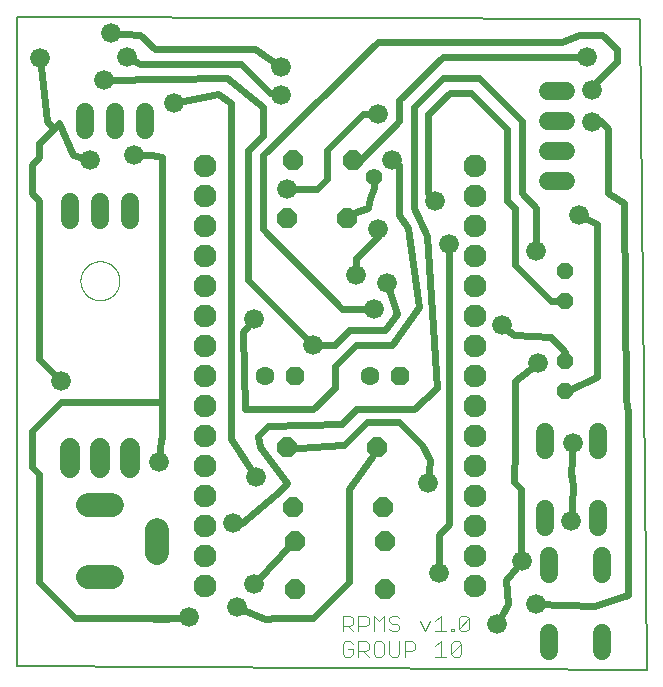
<source format=gtl>
G75*
%MOIN*%
%OFA0B0*%
%FSLAX25Y25*%
%IPPOS*%
%LPD*%
%AMOC8*
5,1,8,0,0,1.08239X$1,22.5*
%
%ADD10C,0.00500*%
%ADD11C,0.00400*%
%ADD12OC8,0.06300*%
%ADD13C,0.06300*%
%ADD14C,0.06000*%
%ADD15C,0.06600*%
%ADD16C,0.00000*%
%ADD17OC8,0.05200*%
%ADD18C,0.07600*%
%ADD19C,0.07874*%
%ADD20OC8,0.06600*%
%ADD21C,0.02400*%
%ADD22C,0.06600*%
%ADD23C,0.05600*%
D10*
X0028578Y0021275D02*
X0028578Y0237575D01*
X0236478Y0236875D01*
X0238578Y0019875D01*
X0028578Y0021275D01*
D11*
X0137278Y0025142D02*
X0138146Y0024275D01*
X0139881Y0024275D01*
X0140748Y0025142D01*
X0140748Y0026877D01*
X0139013Y0026877D01*
X0137278Y0028612D02*
X0137278Y0025142D01*
X0137278Y0028612D02*
X0138146Y0029479D01*
X0139881Y0029479D01*
X0140748Y0028612D01*
X0142435Y0029479D02*
X0142435Y0024275D01*
X0142435Y0026009D02*
X0145037Y0026009D01*
X0145904Y0026877D01*
X0145904Y0028612D01*
X0145037Y0029479D01*
X0142435Y0029479D01*
X0142435Y0032675D02*
X0142435Y0037879D01*
X0145037Y0037879D01*
X0145904Y0037012D01*
X0145904Y0035277D01*
X0145037Y0034409D01*
X0142435Y0034409D01*
X0140748Y0035277D02*
X0140748Y0037012D01*
X0139881Y0037879D01*
X0137278Y0037879D01*
X0137278Y0032675D01*
X0137278Y0034409D02*
X0139881Y0034409D01*
X0140748Y0035277D01*
X0139013Y0034409D02*
X0140748Y0032675D01*
X0147591Y0032675D02*
X0147591Y0037879D01*
X0149326Y0036144D01*
X0151061Y0037879D01*
X0151061Y0032675D01*
X0152748Y0033542D02*
X0153615Y0032675D01*
X0155350Y0032675D01*
X0156217Y0033542D01*
X0156217Y0034409D01*
X0155350Y0035277D01*
X0153615Y0035277D01*
X0152748Y0036144D01*
X0152748Y0037012D01*
X0153615Y0037879D01*
X0155350Y0037879D01*
X0156217Y0037012D01*
X0163060Y0036144D02*
X0164795Y0032675D01*
X0166530Y0036144D01*
X0168217Y0036144D02*
X0169952Y0037879D01*
X0169952Y0032675D01*
X0171686Y0032675D02*
X0168217Y0032675D01*
X0169952Y0029479D02*
X0169952Y0024275D01*
X0171686Y0024275D02*
X0168217Y0024275D01*
X0168217Y0027744D02*
X0169952Y0029479D01*
X0173373Y0028612D02*
X0173373Y0025142D01*
X0176843Y0028612D01*
X0176843Y0025142D01*
X0175975Y0024275D01*
X0174241Y0024275D01*
X0173373Y0025142D01*
X0173373Y0028612D02*
X0174241Y0029479D01*
X0175975Y0029479D01*
X0176843Y0028612D01*
X0176819Y0032675D02*
X0175951Y0033542D01*
X0179421Y0037012D01*
X0179421Y0033542D01*
X0178554Y0032675D01*
X0176819Y0032675D01*
X0175951Y0033542D02*
X0175951Y0037012D01*
X0176819Y0037879D01*
X0178554Y0037879D01*
X0179421Y0037012D01*
X0174241Y0033542D02*
X0174241Y0032675D01*
X0173373Y0032675D01*
X0173373Y0033542D01*
X0174241Y0033542D01*
X0161374Y0028612D02*
X0161374Y0026877D01*
X0160506Y0026009D01*
X0157904Y0026009D01*
X0157904Y0024275D02*
X0157904Y0029479D01*
X0160506Y0029479D01*
X0161374Y0028612D01*
X0156217Y0029479D02*
X0156217Y0025142D01*
X0155350Y0024275D01*
X0153615Y0024275D01*
X0152748Y0025142D01*
X0152748Y0029479D01*
X0151061Y0028612D02*
X0150193Y0029479D01*
X0148459Y0029479D01*
X0147591Y0028612D01*
X0147591Y0025142D01*
X0148459Y0024275D01*
X0150193Y0024275D01*
X0151061Y0025142D01*
X0151061Y0028612D01*
X0145904Y0024275D02*
X0144170Y0026009D01*
D12*
X0156378Y0117675D03*
X0121378Y0117675D03*
D13*
X0111378Y0117675D03*
X0146378Y0117675D03*
D14*
X0204578Y0099175D02*
X0204578Y0093175D01*
X0222378Y0093175D02*
X0222378Y0099175D01*
X0222378Y0073575D02*
X0222378Y0067575D01*
X0223778Y0057775D02*
X0223778Y0051775D01*
X0205978Y0051775D02*
X0205978Y0057775D01*
X0204578Y0067575D02*
X0204578Y0073575D01*
X0205978Y0032175D02*
X0205978Y0026175D01*
X0223778Y0026175D02*
X0223778Y0032175D01*
X0211578Y0182675D02*
X0205578Y0182675D01*
X0205578Y0192675D02*
X0211578Y0192675D01*
X0211578Y0202675D02*
X0205578Y0202675D01*
X0205578Y0212675D02*
X0211578Y0212675D01*
X0071378Y0205675D02*
X0071378Y0199675D01*
X0061378Y0199675D02*
X0061378Y0205675D01*
X0051378Y0205675D02*
X0051378Y0199675D01*
X0046378Y0175875D02*
X0046378Y0169875D01*
X0056378Y0169875D02*
X0056378Y0175875D01*
X0066378Y0175875D02*
X0066378Y0169875D01*
D15*
X0066378Y0093875D02*
X0066378Y0087275D01*
X0056378Y0087275D02*
X0056378Y0093875D01*
X0046378Y0093875D02*
X0046378Y0087275D01*
D16*
X0049878Y0149575D02*
X0049880Y0149736D01*
X0049886Y0149896D01*
X0049896Y0150057D01*
X0049910Y0150217D01*
X0049928Y0150377D01*
X0049949Y0150536D01*
X0049975Y0150695D01*
X0050005Y0150853D01*
X0050038Y0151010D01*
X0050076Y0151167D01*
X0050117Y0151322D01*
X0050162Y0151476D01*
X0050211Y0151629D01*
X0050264Y0151781D01*
X0050320Y0151932D01*
X0050381Y0152081D01*
X0050444Y0152229D01*
X0050512Y0152375D01*
X0050583Y0152519D01*
X0050657Y0152661D01*
X0050735Y0152802D01*
X0050817Y0152940D01*
X0050902Y0153077D01*
X0050990Y0153211D01*
X0051082Y0153343D01*
X0051177Y0153473D01*
X0051275Y0153601D01*
X0051376Y0153726D01*
X0051480Y0153848D01*
X0051587Y0153968D01*
X0051697Y0154085D01*
X0051810Y0154200D01*
X0051926Y0154311D01*
X0052045Y0154420D01*
X0052166Y0154525D01*
X0052290Y0154628D01*
X0052416Y0154728D01*
X0052544Y0154824D01*
X0052675Y0154917D01*
X0052809Y0155007D01*
X0052944Y0155094D01*
X0053082Y0155177D01*
X0053221Y0155257D01*
X0053363Y0155333D01*
X0053506Y0155406D01*
X0053651Y0155475D01*
X0053798Y0155541D01*
X0053946Y0155603D01*
X0054096Y0155661D01*
X0054247Y0155716D01*
X0054400Y0155767D01*
X0054554Y0155814D01*
X0054709Y0155857D01*
X0054865Y0155896D01*
X0055021Y0155932D01*
X0055179Y0155963D01*
X0055337Y0155991D01*
X0055496Y0156015D01*
X0055656Y0156035D01*
X0055816Y0156051D01*
X0055976Y0156063D01*
X0056137Y0156071D01*
X0056298Y0156075D01*
X0056458Y0156075D01*
X0056619Y0156071D01*
X0056780Y0156063D01*
X0056940Y0156051D01*
X0057100Y0156035D01*
X0057260Y0156015D01*
X0057419Y0155991D01*
X0057577Y0155963D01*
X0057735Y0155932D01*
X0057891Y0155896D01*
X0058047Y0155857D01*
X0058202Y0155814D01*
X0058356Y0155767D01*
X0058509Y0155716D01*
X0058660Y0155661D01*
X0058810Y0155603D01*
X0058958Y0155541D01*
X0059105Y0155475D01*
X0059250Y0155406D01*
X0059393Y0155333D01*
X0059535Y0155257D01*
X0059674Y0155177D01*
X0059812Y0155094D01*
X0059947Y0155007D01*
X0060081Y0154917D01*
X0060212Y0154824D01*
X0060340Y0154728D01*
X0060466Y0154628D01*
X0060590Y0154525D01*
X0060711Y0154420D01*
X0060830Y0154311D01*
X0060946Y0154200D01*
X0061059Y0154085D01*
X0061169Y0153968D01*
X0061276Y0153848D01*
X0061380Y0153726D01*
X0061481Y0153601D01*
X0061579Y0153473D01*
X0061674Y0153343D01*
X0061766Y0153211D01*
X0061854Y0153077D01*
X0061939Y0152940D01*
X0062021Y0152802D01*
X0062099Y0152661D01*
X0062173Y0152519D01*
X0062244Y0152375D01*
X0062312Y0152229D01*
X0062375Y0152081D01*
X0062436Y0151932D01*
X0062492Y0151781D01*
X0062545Y0151629D01*
X0062594Y0151476D01*
X0062639Y0151322D01*
X0062680Y0151167D01*
X0062718Y0151010D01*
X0062751Y0150853D01*
X0062781Y0150695D01*
X0062807Y0150536D01*
X0062828Y0150377D01*
X0062846Y0150217D01*
X0062860Y0150057D01*
X0062870Y0149896D01*
X0062876Y0149736D01*
X0062878Y0149575D01*
X0062876Y0149414D01*
X0062870Y0149254D01*
X0062860Y0149093D01*
X0062846Y0148933D01*
X0062828Y0148773D01*
X0062807Y0148614D01*
X0062781Y0148455D01*
X0062751Y0148297D01*
X0062718Y0148140D01*
X0062680Y0147983D01*
X0062639Y0147828D01*
X0062594Y0147674D01*
X0062545Y0147521D01*
X0062492Y0147369D01*
X0062436Y0147218D01*
X0062375Y0147069D01*
X0062312Y0146921D01*
X0062244Y0146775D01*
X0062173Y0146631D01*
X0062099Y0146489D01*
X0062021Y0146348D01*
X0061939Y0146210D01*
X0061854Y0146073D01*
X0061766Y0145939D01*
X0061674Y0145807D01*
X0061579Y0145677D01*
X0061481Y0145549D01*
X0061380Y0145424D01*
X0061276Y0145302D01*
X0061169Y0145182D01*
X0061059Y0145065D01*
X0060946Y0144950D01*
X0060830Y0144839D01*
X0060711Y0144730D01*
X0060590Y0144625D01*
X0060466Y0144522D01*
X0060340Y0144422D01*
X0060212Y0144326D01*
X0060081Y0144233D01*
X0059947Y0144143D01*
X0059812Y0144056D01*
X0059674Y0143973D01*
X0059535Y0143893D01*
X0059393Y0143817D01*
X0059250Y0143744D01*
X0059105Y0143675D01*
X0058958Y0143609D01*
X0058810Y0143547D01*
X0058660Y0143489D01*
X0058509Y0143434D01*
X0058356Y0143383D01*
X0058202Y0143336D01*
X0058047Y0143293D01*
X0057891Y0143254D01*
X0057735Y0143218D01*
X0057577Y0143187D01*
X0057419Y0143159D01*
X0057260Y0143135D01*
X0057100Y0143115D01*
X0056940Y0143099D01*
X0056780Y0143087D01*
X0056619Y0143079D01*
X0056458Y0143075D01*
X0056298Y0143075D01*
X0056137Y0143079D01*
X0055976Y0143087D01*
X0055816Y0143099D01*
X0055656Y0143115D01*
X0055496Y0143135D01*
X0055337Y0143159D01*
X0055179Y0143187D01*
X0055021Y0143218D01*
X0054865Y0143254D01*
X0054709Y0143293D01*
X0054554Y0143336D01*
X0054400Y0143383D01*
X0054247Y0143434D01*
X0054096Y0143489D01*
X0053946Y0143547D01*
X0053798Y0143609D01*
X0053651Y0143675D01*
X0053506Y0143744D01*
X0053363Y0143817D01*
X0053221Y0143893D01*
X0053082Y0143973D01*
X0052944Y0144056D01*
X0052809Y0144143D01*
X0052675Y0144233D01*
X0052544Y0144326D01*
X0052416Y0144422D01*
X0052290Y0144522D01*
X0052166Y0144625D01*
X0052045Y0144730D01*
X0051926Y0144839D01*
X0051810Y0144950D01*
X0051697Y0145065D01*
X0051587Y0145182D01*
X0051480Y0145302D01*
X0051376Y0145424D01*
X0051275Y0145549D01*
X0051177Y0145677D01*
X0051082Y0145807D01*
X0050990Y0145939D01*
X0050902Y0146073D01*
X0050817Y0146210D01*
X0050735Y0146348D01*
X0050657Y0146489D01*
X0050583Y0146631D01*
X0050512Y0146775D01*
X0050444Y0146921D01*
X0050381Y0147069D01*
X0050320Y0147218D01*
X0050264Y0147369D01*
X0050211Y0147521D01*
X0050162Y0147674D01*
X0050117Y0147828D01*
X0050076Y0147983D01*
X0050038Y0148140D01*
X0050005Y0148297D01*
X0049975Y0148455D01*
X0049949Y0148614D01*
X0049928Y0148773D01*
X0049910Y0148933D01*
X0049896Y0149093D01*
X0049886Y0149254D01*
X0049880Y0149414D01*
X0049878Y0149575D01*
D17*
X0211378Y0152675D03*
X0211378Y0142675D03*
X0211378Y0122675D03*
X0211378Y0112675D03*
D18*
X0181378Y0117675D03*
X0181378Y0127675D03*
X0181378Y0137675D03*
X0181378Y0147675D03*
X0181378Y0157675D03*
X0181378Y0167675D03*
X0181378Y0177675D03*
X0181378Y0187675D03*
X0181378Y0107675D03*
X0181378Y0097675D03*
X0181378Y0087675D03*
X0181378Y0077675D03*
X0181378Y0067675D03*
X0181378Y0057675D03*
X0181378Y0047675D03*
X0091378Y0047675D03*
X0091378Y0057675D03*
X0091378Y0067675D03*
X0091378Y0077675D03*
X0091378Y0087675D03*
X0091378Y0097675D03*
X0091378Y0107675D03*
X0091378Y0117675D03*
X0091378Y0127675D03*
X0091378Y0137675D03*
X0091378Y0147675D03*
X0091378Y0157675D03*
X0091378Y0167675D03*
X0091378Y0177675D03*
X0091378Y0187675D03*
D19*
X0060315Y0074879D02*
X0052441Y0074879D01*
X0052441Y0050863D02*
X0060315Y0050863D01*
X0075276Y0058737D02*
X0075276Y0066612D01*
D20*
X0118578Y0094075D03*
X0120678Y0074175D03*
X0121378Y0062675D03*
X0121378Y0046975D03*
X0150678Y0074175D03*
X0151378Y0062675D03*
X0151378Y0046975D03*
X0148578Y0094075D03*
X0138578Y0170575D03*
X0140678Y0189775D03*
X0120678Y0189775D03*
X0118578Y0170575D03*
D21*
X0110578Y0166675D02*
X0136978Y0140275D01*
X0147578Y0140275D01*
X0155478Y0138575D02*
X0151378Y0133075D01*
X0139378Y0133075D01*
X0134578Y0128275D01*
X0127378Y0128275D01*
X0105778Y0149875D01*
X0105778Y0193075D01*
X0110578Y0197875D01*
X0110578Y0207475D01*
X0098878Y0217075D01*
X0057678Y0216375D01*
X0065278Y0224275D02*
X0069778Y0221875D01*
X0103378Y0221875D01*
X0112978Y0212275D01*
X0116778Y0211575D01*
X0116778Y0220875D02*
X0108178Y0226675D01*
X0074578Y0226675D01*
X0069778Y0231475D01*
X0060078Y0232175D01*
X0036478Y0223675D02*
X0038578Y0202675D01*
X0040978Y0200275D01*
X0042632Y0202097D01*
X0047478Y0191651D01*
X0053078Y0189975D01*
X0042678Y0201975D02*
X0042632Y0202097D01*
X0040978Y0200275D02*
X0036178Y0195475D01*
X0036178Y0190675D01*
X0033778Y0188275D01*
X0033778Y0178675D01*
X0036178Y0176275D01*
X0036178Y0123475D01*
X0043378Y0116275D01*
X0043378Y0109075D02*
X0076978Y0109075D01*
X0076978Y0190675D01*
X0076678Y0190975D01*
X0073578Y0191375D01*
X0067778Y0191375D01*
X0081078Y0208875D02*
X0095778Y0211675D01*
X0099978Y0208875D01*
X0099978Y0096875D01*
X0108378Y0084275D01*
X0116878Y0079975D02*
X0118878Y0082175D01*
X0109778Y0094075D01*
X0109178Y0097875D01*
X0112478Y0101175D01*
X0136978Y0101875D01*
X0141778Y0106675D01*
X0160978Y0106675D01*
X0168878Y0113875D01*
X0165378Y0164575D01*
X0160978Y0173875D01*
X0160978Y0207475D01*
X0170578Y0217075D01*
X0182578Y0217075D01*
X0196978Y0202675D01*
X0196978Y0178675D01*
X0201778Y0173875D01*
X0201778Y0159475D01*
X0194578Y0154675D02*
X0194578Y0173875D01*
X0192178Y0176275D01*
X0192178Y0200275D01*
X0180178Y0212275D01*
X0172978Y0212275D01*
X0165778Y0205075D01*
X0165778Y0178675D01*
X0168178Y0176275D01*
X0159178Y0167075D02*
X0156178Y0171475D01*
X0156178Y0188275D01*
X0153778Y0189975D01*
X0147578Y0184175D02*
X0147878Y0180375D01*
X0146478Y0177275D01*
X0145878Y0173875D01*
X0141778Y0172475D01*
X0138578Y0170575D01*
X0128878Y0180175D02*
X0132178Y0183475D01*
X0132178Y0193075D01*
X0144178Y0205075D01*
X0148978Y0205075D01*
X0156178Y0202675D02*
X0141778Y0188275D01*
X0140678Y0189775D01*
X0128878Y0180175D02*
X0118878Y0180175D01*
X0110578Y0191375D02*
X0110578Y0166675D01*
X0110578Y0191375D02*
X0148978Y0229075D01*
X0210278Y0229075D01*
X0216178Y0231475D01*
X0223778Y0231475D01*
X0228578Y0226675D01*
X0228578Y0222575D01*
X0221778Y0215775D01*
X0220378Y0213075D01*
X0218578Y0224275D02*
X0170578Y0224275D01*
X0156178Y0209875D01*
X0156178Y0202675D01*
X0159178Y0167075D02*
X0162678Y0140675D01*
X0153778Y0128275D01*
X0141778Y0128275D01*
X0134578Y0121075D01*
X0134578Y0113875D01*
X0127378Y0106675D01*
X0104878Y0106675D01*
X0104178Y0132575D01*
X0107678Y0136775D01*
X0076978Y0109075D02*
X0076978Y0097075D01*
X0076878Y0096975D01*
X0076178Y0089175D01*
X0100678Y0068875D02*
X0103678Y0068875D01*
X0116878Y0079975D01*
X0118578Y0094075D02*
X0122578Y0093975D01*
X0136978Y0094675D01*
X0137678Y0094675D01*
X0145478Y0102475D01*
X0155978Y0102475D01*
X0163678Y0094775D01*
X0166478Y0089875D01*
X0165778Y0082175D01*
X0172778Y0068375D02*
X0169278Y0064875D01*
X0169278Y0052075D01*
X0172778Y0068375D02*
X0172778Y0161975D01*
X0194578Y0154675D02*
X0206578Y0142675D01*
X0211378Y0142675D01*
X0206578Y0130675D02*
X0194478Y0131375D01*
X0191178Y0133975D01*
X0190278Y0134675D01*
X0192878Y0132775D02*
X0194478Y0131375D01*
X0202478Y0122075D02*
X0194578Y0116275D01*
X0194578Y0089875D01*
X0194278Y0086775D01*
X0194278Y0082375D01*
X0196578Y0080075D01*
X0196578Y0056675D01*
X0197078Y0056175D01*
X0191678Y0049875D01*
X0192378Y0041875D01*
X0188878Y0035275D01*
X0201778Y0041875D02*
X0220978Y0041175D01*
X0232378Y0044875D01*
X0232378Y0105975D01*
X0231778Y0110075D01*
X0231078Y0175575D01*
X0225778Y0178675D01*
X0225778Y0200275D01*
X0223378Y0202675D01*
X0223278Y0202575D01*
X0220378Y0202575D01*
X0216178Y0171475D02*
X0222078Y0168375D01*
X0222078Y0117575D01*
X0212778Y0113175D01*
X0211378Y0112675D01*
X0211378Y0122675D02*
X0211378Y0125875D01*
X0206578Y0130675D01*
X0214078Y0095475D02*
X0213378Y0085175D01*
X0213478Y0084375D01*
X0213478Y0086575D01*
X0214078Y0080875D01*
X0213378Y0069575D01*
X0148578Y0094075D02*
X0147178Y0090875D01*
X0139378Y0080275D01*
X0139378Y0049075D01*
X0127378Y0037075D01*
X0115378Y0037075D01*
X0111378Y0036875D01*
X0103478Y0040175D01*
X0102078Y0040875D01*
X0107678Y0048575D02*
X0121078Y0062675D01*
X0121378Y0062675D01*
X0085978Y0037375D02*
X0077278Y0036675D01*
X0070578Y0037075D01*
X0079378Y0037075D01*
X0070578Y0037075D02*
X0048178Y0037075D01*
X0036178Y0049075D01*
X0036178Y0085075D01*
X0033778Y0087475D01*
X0033778Y0099475D01*
X0043378Y0109075D01*
X0141778Y0151575D02*
X0141778Y0157075D01*
X0148978Y0164275D01*
X0148978Y0166675D01*
X0151978Y0148975D02*
X0155478Y0138575D01*
D22*
X0147578Y0140275D03*
X0151978Y0148975D03*
X0141778Y0151575D03*
X0148978Y0166675D03*
X0168178Y0176275D03*
X0172778Y0161975D03*
X0190278Y0134675D03*
X0202478Y0122075D03*
X0214078Y0095475D03*
X0213378Y0069575D03*
X0197078Y0056175D03*
X0201778Y0041875D03*
X0188878Y0035275D03*
X0169278Y0052075D03*
X0165778Y0082175D03*
X0127378Y0128275D03*
X0107678Y0136775D03*
X0118878Y0180175D03*
X0116778Y0211575D03*
X0116778Y0220875D03*
X0148978Y0205075D03*
X0153778Y0189975D03*
X0201778Y0159475D03*
X0216178Y0171475D03*
X0220378Y0202575D03*
X0220378Y0213075D03*
X0218578Y0224275D03*
X0081078Y0208875D03*
X0065278Y0224275D03*
X0057678Y0216375D03*
X0060078Y0232175D03*
X0036478Y0223675D03*
X0067778Y0191375D03*
X0053078Y0189975D03*
X0043378Y0116275D03*
X0076178Y0089175D03*
X0100678Y0068875D03*
X0108378Y0084275D03*
X0107678Y0048575D03*
X0102078Y0040875D03*
X0085978Y0037375D03*
D23*
X0147578Y0184175D03*
M02*

</source>
